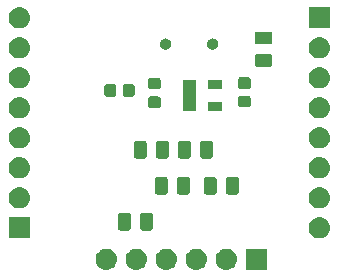
<source format=gbr>
G04 #@! TF.GenerationSoftware,KiCad,Pcbnew,(5.0.1)-rc2*
G04 #@! TF.CreationDate,2019-05-10T17:24:36-07:00*
G04 #@! TF.ProjectId,SAMD21E,53414D443231452E6B696361645F7063,rev?*
G04 #@! TF.SameCoordinates,Original*
G04 #@! TF.FileFunction,Soldermask,Bot*
G04 #@! TF.FilePolarity,Negative*
%FSLAX46Y46*%
G04 Gerber Fmt 4.6, Leading zero omitted, Abs format (unit mm)*
G04 Created by KiCad (PCBNEW (5.0.1)-rc2) date 5/10/2019 5:24:36 PM*
%MOMM*%
%LPD*%
G01*
G04 APERTURE LIST*
%ADD10C,0.100000*%
G04 APERTURE END LIST*
D10*
G36*
X166001000Y-112788000D02*
X164199000Y-112788000D01*
X164199000Y-110986000D01*
X166001000Y-110986000D01*
X166001000Y-112788000D01*
X166001000Y-112788000D01*
G37*
G36*
X162670443Y-110992519D02*
X162736627Y-110999037D01*
X162849853Y-111033384D01*
X162906467Y-111050557D01*
X163045087Y-111124652D01*
X163062991Y-111134222D01*
X163098729Y-111163552D01*
X163200186Y-111246814D01*
X163283448Y-111348271D01*
X163312778Y-111384009D01*
X163312779Y-111384011D01*
X163396443Y-111540533D01*
X163396443Y-111540534D01*
X163447963Y-111710373D01*
X163465359Y-111887000D01*
X163447963Y-112063627D01*
X163413616Y-112176853D01*
X163396443Y-112233467D01*
X163322348Y-112372087D01*
X163312778Y-112389991D01*
X163283448Y-112425729D01*
X163200186Y-112527186D01*
X163098729Y-112610448D01*
X163062991Y-112639778D01*
X163062989Y-112639779D01*
X162906467Y-112723443D01*
X162849853Y-112740616D01*
X162736627Y-112774963D01*
X162670443Y-112781481D01*
X162604260Y-112788000D01*
X162515740Y-112788000D01*
X162449557Y-112781481D01*
X162383373Y-112774963D01*
X162270147Y-112740616D01*
X162213533Y-112723443D01*
X162057011Y-112639779D01*
X162057009Y-112639778D01*
X162021271Y-112610448D01*
X161919814Y-112527186D01*
X161836552Y-112425729D01*
X161807222Y-112389991D01*
X161797652Y-112372087D01*
X161723557Y-112233467D01*
X161706384Y-112176853D01*
X161672037Y-112063627D01*
X161654641Y-111887000D01*
X161672037Y-111710373D01*
X161723557Y-111540534D01*
X161723557Y-111540533D01*
X161807221Y-111384011D01*
X161807222Y-111384009D01*
X161836552Y-111348271D01*
X161919814Y-111246814D01*
X162021271Y-111163552D01*
X162057009Y-111134222D01*
X162074913Y-111124652D01*
X162213533Y-111050557D01*
X162270147Y-111033384D01*
X162383373Y-110999037D01*
X162449557Y-110992519D01*
X162515740Y-110986000D01*
X162604260Y-110986000D01*
X162670443Y-110992519D01*
X162670443Y-110992519D01*
G37*
G36*
X152510443Y-110992519D02*
X152576627Y-110999037D01*
X152689853Y-111033384D01*
X152746467Y-111050557D01*
X152885087Y-111124652D01*
X152902991Y-111134222D01*
X152938729Y-111163552D01*
X153040186Y-111246814D01*
X153123448Y-111348271D01*
X153152778Y-111384009D01*
X153152779Y-111384011D01*
X153236443Y-111540533D01*
X153236443Y-111540534D01*
X153287963Y-111710373D01*
X153305359Y-111887000D01*
X153287963Y-112063627D01*
X153253616Y-112176853D01*
X153236443Y-112233467D01*
X153162348Y-112372087D01*
X153152778Y-112389991D01*
X153123448Y-112425729D01*
X153040186Y-112527186D01*
X152938729Y-112610448D01*
X152902991Y-112639778D01*
X152902989Y-112639779D01*
X152746467Y-112723443D01*
X152689853Y-112740616D01*
X152576627Y-112774963D01*
X152510443Y-112781481D01*
X152444260Y-112788000D01*
X152355740Y-112788000D01*
X152289557Y-112781481D01*
X152223373Y-112774963D01*
X152110147Y-112740616D01*
X152053533Y-112723443D01*
X151897011Y-112639779D01*
X151897009Y-112639778D01*
X151861271Y-112610448D01*
X151759814Y-112527186D01*
X151676552Y-112425729D01*
X151647222Y-112389991D01*
X151637652Y-112372087D01*
X151563557Y-112233467D01*
X151546384Y-112176853D01*
X151512037Y-112063627D01*
X151494641Y-111887000D01*
X151512037Y-111710373D01*
X151563557Y-111540534D01*
X151563557Y-111540533D01*
X151647221Y-111384011D01*
X151647222Y-111384009D01*
X151676552Y-111348271D01*
X151759814Y-111246814D01*
X151861271Y-111163552D01*
X151897009Y-111134222D01*
X151914913Y-111124652D01*
X152053533Y-111050557D01*
X152110147Y-111033384D01*
X152223373Y-110999037D01*
X152289557Y-110992519D01*
X152355740Y-110986000D01*
X152444260Y-110986000D01*
X152510443Y-110992519D01*
X152510443Y-110992519D01*
G37*
G36*
X155050443Y-110992519D02*
X155116627Y-110999037D01*
X155229853Y-111033384D01*
X155286467Y-111050557D01*
X155425087Y-111124652D01*
X155442991Y-111134222D01*
X155478729Y-111163552D01*
X155580186Y-111246814D01*
X155663448Y-111348271D01*
X155692778Y-111384009D01*
X155692779Y-111384011D01*
X155776443Y-111540533D01*
X155776443Y-111540534D01*
X155827963Y-111710373D01*
X155845359Y-111887000D01*
X155827963Y-112063627D01*
X155793616Y-112176853D01*
X155776443Y-112233467D01*
X155702348Y-112372087D01*
X155692778Y-112389991D01*
X155663448Y-112425729D01*
X155580186Y-112527186D01*
X155478729Y-112610448D01*
X155442991Y-112639778D01*
X155442989Y-112639779D01*
X155286467Y-112723443D01*
X155229853Y-112740616D01*
X155116627Y-112774963D01*
X155050443Y-112781481D01*
X154984260Y-112788000D01*
X154895740Y-112788000D01*
X154829557Y-112781481D01*
X154763373Y-112774963D01*
X154650147Y-112740616D01*
X154593533Y-112723443D01*
X154437011Y-112639779D01*
X154437009Y-112639778D01*
X154401271Y-112610448D01*
X154299814Y-112527186D01*
X154216552Y-112425729D01*
X154187222Y-112389991D01*
X154177652Y-112372087D01*
X154103557Y-112233467D01*
X154086384Y-112176853D01*
X154052037Y-112063627D01*
X154034641Y-111887000D01*
X154052037Y-111710373D01*
X154103557Y-111540534D01*
X154103557Y-111540533D01*
X154187221Y-111384011D01*
X154187222Y-111384009D01*
X154216552Y-111348271D01*
X154299814Y-111246814D01*
X154401271Y-111163552D01*
X154437009Y-111134222D01*
X154454913Y-111124652D01*
X154593533Y-111050557D01*
X154650147Y-111033384D01*
X154763373Y-110999037D01*
X154829557Y-110992519D01*
X154895740Y-110986000D01*
X154984260Y-110986000D01*
X155050443Y-110992519D01*
X155050443Y-110992519D01*
G37*
G36*
X160130443Y-110992519D02*
X160196627Y-110999037D01*
X160309853Y-111033384D01*
X160366467Y-111050557D01*
X160505087Y-111124652D01*
X160522991Y-111134222D01*
X160558729Y-111163552D01*
X160660186Y-111246814D01*
X160743448Y-111348271D01*
X160772778Y-111384009D01*
X160772779Y-111384011D01*
X160856443Y-111540533D01*
X160856443Y-111540534D01*
X160907963Y-111710373D01*
X160925359Y-111887000D01*
X160907963Y-112063627D01*
X160873616Y-112176853D01*
X160856443Y-112233467D01*
X160782348Y-112372087D01*
X160772778Y-112389991D01*
X160743448Y-112425729D01*
X160660186Y-112527186D01*
X160558729Y-112610448D01*
X160522991Y-112639778D01*
X160522989Y-112639779D01*
X160366467Y-112723443D01*
X160309853Y-112740616D01*
X160196627Y-112774963D01*
X160130443Y-112781481D01*
X160064260Y-112788000D01*
X159975740Y-112788000D01*
X159909557Y-112781481D01*
X159843373Y-112774963D01*
X159730147Y-112740616D01*
X159673533Y-112723443D01*
X159517011Y-112639779D01*
X159517009Y-112639778D01*
X159481271Y-112610448D01*
X159379814Y-112527186D01*
X159296552Y-112425729D01*
X159267222Y-112389991D01*
X159257652Y-112372087D01*
X159183557Y-112233467D01*
X159166384Y-112176853D01*
X159132037Y-112063627D01*
X159114641Y-111887000D01*
X159132037Y-111710373D01*
X159183557Y-111540534D01*
X159183557Y-111540533D01*
X159267221Y-111384011D01*
X159267222Y-111384009D01*
X159296552Y-111348271D01*
X159379814Y-111246814D01*
X159481271Y-111163552D01*
X159517009Y-111134222D01*
X159534913Y-111124652D01*
X159673533Y-111050557D01*
X159730147Y-111033384D01*
X159843373Y-110999037D01*
X159909557Y-110992519D01*
X159975740Y-110986000D01*
X160064260Y-110986000D01*
X160130443Y-110992519D01*
X160130443Y-110992519D01*
G37*
G36*
X157590443Y-110992519D02*
X157656627Y-110999037D01*
X157769853Y-111033384D01*
X157826467Y-111050557D01*
X157965087Y-111124652D01*
X157982991Y-111134222D01*
X158018729Y-111163552D01*
X158120186Y-111246814D01*
X158203448Y-111348271D01*
X158232778Y-111384009D01*
X158232779Y-111384011D01*
X158316443Y-111540533D01*
X158316443Y-111540534D01*
X158367963Y-111710373D01*
X158385359Y-111887000D01*
X158367963Y-112063627D01*
X158333616Y-112176853D01*
X158316443Y-112233467D01*
X158242348Y-112372087D01*
X158232778Y-112389991D01*
X158203448Y-112425729D01*
X158120186Y-112527186D01*
X158018729Y-112610448D01*
X157982991Y-112639778D01*
X157982989Y-112639779D01*
X157826467Y-112723443D01*
X157769853Y-112740616D01*
X157656627Y-112774963D01*
X157590443Y-112781481D01*
X157524260Y-112788000D01*
X157435740Y-112788000D01*
X157369557Y-112781481D01*
X157303373Y-112774963D01*
X157190147Y-112740616D01*
X157133533Y-112723443D01*
X156977011Y-112639779D01*
X156977009Y-112639778D01*
X156941271Y-112610448D01*
X156839814Y-112527186D01*
X156756552Y-112425729D01*
X156727222Y-112389991D01*
X156717652Y-112372087D01*
X156643557Y-112233467D01*
X156626384Y-112176853D01*
X156592037Y-112063627D01*
X156574641Y-111887000D01*
X156592037Y-111710373D01*
X156643557Y-111540534D01*
X156643557Y-111540533D01*
X156727221Y-111384011D01*
X156727222Y-111384009D01*
X156756552Y-111348271D01*
X156839814Y-111246814D01*
X156941271Y-111163552D01*
X156977009Y-111134222D01*
X156994913Y-111124652D01*
X157133533Y-111050557D01*
X157190147Y-111033384D01*
X157303373Y-110999037D01*
X157369557Y-110992519D01*
X157435740Y-110986000D01*
X157524260Y-110986000D01*
X157590443Y-110992519D01*
X157590443Y-110992519D01*
G37*
G36*
X170544443Y-108325519D02*
X170610627Y-108332037D01*
X170723853Y-108366384D01*
X170780467Y-108383557D01*
X170919087Y-108457652D01*
X170936991Y-108467222D01*
X170972729Y-108496552D01*
X171074186Y-108579814D01*
X171157448Y-108681271D01*
X171186778Y-108717009D01*
X171186779Y-108717011D01*
X171270443Y-108873533D01*
X171270443Y-108873534D01*
X171321963Y-109043373D01*
X171339359Y-109220000D01*
X171321963Y-109396627D01*
X171303214Y-109458435D01*
X171270443Y-109566467D01*
X171196348Y-109705087D01*
X171186778Y-109722991D01*
X171157448Y-109758729D01*
X171074186Y-109860186D01*
X170972729Y-109943448D01*
X170936991Y-109972778D01*
X170936989Y-109972779D01*
X170780467Y-110056443D01*
X170723853Y-110073616D01*
X170610627Y-110107963D01*
X170544443Y-110114481D01*
X170478260Y-110121000D01*
X170389740Y-110121000D01*
X170323557Y-110114481D01*
X170257373Y-110107963D01*
X170144147Y-110073616D01*
X170087533Y-110056443D01*
X169931011Y-109972779D01*
X169931009Y-109972778D01*
X169895271Y-109943448D01*
X169793814Y-109860186D01*
X169710552Y-109758729D01*
X169681222Y-109722991D01*
X169671652Y-109705087D01*
X169597557Y-109566467D01*
X169564786Y-109458435D01*
X169546037Y-109396627D01*
X169528641Y-109220000D01*
X169546037Y-109043373D01*
X169597557Y-108873534D01*
X169597557Y-108873533D01*
X169681221Y-108717011D01*
X169681222Y-108717009D01*
X169710552Y-108681271D01*
X169793814Y-108579814D01*
X169895271Y-108496552D01*
X169931009Y-108467222D01*
X169948913Y-108457652D01*
X170087533Y-108383557D01*
X170144147Y-108366384D01*
X170257373Y-108332037D01*
X170323557Y-108325519D01*
X170389740Y-108319000D01*
X170478260Y-108319000D01*
X170544443Y-108325519D01*
X170544443Y-108325519D01*
G37*
G36*
X145935000Y-110121000D02*
X144133000Y-110121000D01*
X144133000Y-108319000D01*
X145935000Y-108319000D01*
X145935000Y-110121000D01*
X145935000Y-110121000D01*
G37*
G36*
X154295966Y-107965565D02*
X154334637Y-107977296D01*
X154370279Y-107996348D01*
X154401517Y-108021983D01*
X154427152Y-108053221D01*
X154446204Y-108088863D01*
X154457935Y-108127534D01*
X154462500Y-108173888D01*
X154462500Y-109250112D01*
X154457935Y-109296466D01*
X154446204Y-109335137D01*
X154427152Y-109370779D01*
X154401517Y-109402017D01*
X154370279Y-109427652D01*
X154334637Y-109446704D01*
X154295966Y-109458435D01*
X154249612Y-109463000D01*
X153598388Y-109463000D01*
X153552034Y-109458435D01*
X153513363Y-109446704D01*
X153477721Y-109427652D01*
X153446483Y-109402017D01*
X153420848Y-109370779D01*
X153401796Y-109335137D01*
X153390065Y-109296466D01*
X153385500Y-109250112D01*
X153385500Y-108173888D01*
X153390065Y-108127534D01*
X153401796Y-108088863D01*
X153420848Y-108053221D01*
X153446483Y-108021983D01*
X153477721Y-107996348D01*
X153513363Y-107977296D01*
X153552034Y-107965565D01*
X153598388Y-107961000D01*
X154249612Y-107961000D01*
X154295966Y-107965565D01*
X154295966Y-107965565D01*
G37*
G36*
X156170966Y-107965565D02*
X156209637Y-107977296D01*
X156245279Y-107996348D01*
X156276517Y-108021983D01*
X156302152Y-108053221D01*
X156321204Y-108088863D01*
X156332935Y-108127534D01*
X156337500Y-108173888D01*
X156337500Y-109250112D01*
X156332935Y-109296466D01*
X156321204Y-109335137D01*
X156302152Y-109370779D01*
X156276517Y-109402017D01*
X156245279Y-109427652D01*
X156209637Y-109446704D01*
X156170966Y-109458435D01*
X156124612Y-109463000D01*
X155473388Y-109463000D01*
X155427034Y-109458435D01*
X155388363Y-109446704D01*
X155352721Y-109427652D01*
X155321483Y-109402017D01*
X155295848Y-109370779D01*
X155276796Y-109335137D01*
X155265065Y-109296466D01*
X155260500Y-109250112D01*
X155260500Y-108173888D01*
X155265065Y-108127534D01*
X155276796Y-108088863D01*
X155295848Y-108053221D01*
X155321483Y-108021983D01*
X155352721Y-107996348D01*
X155388363Y-107977296D01*
X155427034Y-107965565D01*
X155473388Y-107961000D01*
X156124612Y-107961000D01*
X156170966Y-107965565D01*
X156170966Y-107965565D01*
G37*
G36*
X170544443Y-105785519D02*
X170610627Y-105792037D01*
X170723853Y-105826384D01*
X170780467Y-105843557D01*
X170919087Y-105917652D01*
X170936991Y-105927222D01*
X170972729Y-105956552D01*
X171074186Y-106039814D01*
X171157448Y-106141271D01*
X171186778Y-106177009D01*
X171186779Y-106177011D01*
X171270443Y-106333533D01*
X171284433Y-106379652D01*
X171321963Y-106503373D01*
X171339359Y-106680000D01*
X171321963Y-106856627D01*
X171287616Y-106969853D01*
X171270443Y-107026467D01*
X171196348Y-107165087D01*
X171186778Y-107182991D01*
X171157448Y-107218729D01*
X171074186Y-107320186D01*
X170972729Y-107403448D01*
X170936991Y-107432778D01*
X170936989Y-107432779D01*
X170780467Y-107516443D01*
X170723853Y-107533616D01*
X170610627Y-107567963D01*
X170544443Y-107574481D01*
X170478260Y-107581000D01*
X170389740Y-107581000D01*
X170323557Y-107574481D01*
X170257373Y-107567963D01*
X170144147Y-107533616D01*
X170087533Y-107516443D01*
X169931011Y-107432779D01*
X169931009Y-107432778D01*
X169895271Y-107403448D01*
X169793814Y-107320186D01*
X169710552Y-107218729D01*
X169681222Y-107182991D01*
X169671652Y-107165087D01*
X169597557Y-107026467D01*
X169580384Y-106969853D01*
X169546037Y-106856627D01*
X169528641Y-106680000D01*
X169546037Y-106503373D01*
X169583567Y-106379652D01*
X169597557Y-106333533D01*
X169681221Y-106177011D01*
X169681222Y-106177009D01*
X169710552Y-106141271D01*
X169793814Y-106039814D01*
X169895271Y-105956552D01*
X169931009Y-105927222D01*
X169948913Y-105917652D01*
X170087533Y-105843557D01*
X170144147Y-105826384D01*
X170257373Y-105792037D01*
X170323557Y-105785519D01*
X170389740Y-105779000D01*
X170478260Y-105779000D01*
X170544443Y-105785519D01*
X170544443Y-105785519D01*
G37*
G36*
X145144443Y-105785519D02*
X145210627Y-105792037D01*
X145323853Y-105826384D01*
X145380467Y-105843557D01*
X145519087Y-105917652D01*
X145536991Y-105927222D01*
X145572729Y-105956552D01*
X145674186Y-106039814D01*
X145757448Y-106141271D01*
X145786778Y-106177009D01*
X145786779Y-106177011D01*
X145870443Y-106333533D01*
X145884433Y-106379652D01*
X145921963Y-106503373D01*
X145939359Y-106680000D01*
X145921963Y-106856627D01*
X145887616Y-106969853D01*
X145870443Y-107026467D01*
X145796348Y-107165087D01*
X145786778Y-107182991D01*
X145757448Y-107218729D01*
X145674186Y-107320186D01*
X145572729Y-107403448D01*
X145536991Y-107432778D01*
X145536989Y-107432779D01*
X145380467Y-107516443D01*
X145323853Y-107533616D01*
X145210627Y-107567963D01*
X145144443Y-107574481D01*
X145078260Y-107581000D01*
X144989740Y-107581000D01*
X144923557Y-107574481D01*
X144857373Y-107567963D01*
X144744147Y-107533616D01*
X144687533Y-107516443D01*
X144531011Y-107432779D01*
X144531009Y-107432778D01*
X144495271Y-107403448D01*
X144393814Y-107320186D01*
X144310552Y-107218729D01*
X144281222Y-107182991D01*
X144271652Y-107165087D01*
X144197557Y-107026467D01*
X144180384Y-106969853D01*
X144146037Y-106856627D01*
X144128641Y-106680000D01*
X144146037Y-106503373D01*
X144183567Y-106379652D01*
X144197557Y-106333533D01*
X144281221Y-106177011D01*
X144281222Y-106177009D01*
X144310552Y-106141271D01*
X144393814Y-106039814D01*
X144495271Y-105956552D01*
X144531009Y-105927222D01*
X144548913Y-105917652D01*
X144687533Y-105843557D01*
X144744147Y-105826384D01*
X144857373Y-105792037D01*
X144923557Y-105785519D01*
X144989740Y-105779000D01*
X145078260Y-105779000D01*
X145144443Y-105785519D01*
X145144443Y-105785519D01*
G37*
G36*
X161564966Y-104917565D02*
X161603637Y-104929296D01*
X161639279Y-104948348D01*
X161670517Y-104973983D01*
X161696152Y-105005221D01*
X161715204Y-105040863D01*
X161726935Y-105079534D01*
X161731500Y-105125888D01*
X161731500Y-106202112D01*
X161726935Y-106248466D01*
X161715204Y-106287137D01*
X161696152Y-106322779D01*
X161670517Y-106354017D01*
X161639279Y-106379652D01*
X161603637Y-106398704D01*
X161564966Y-106410435D01*
X161518612Y-106415000D01*
X160867388Y-106415000D01*
X160821034Y-106410435D01*
X160782363Y-106398704D01*
X160746721Y-106379652D01*
X160715483Y-106354017D01*
X160689848Y-106322779D01*
X160670796Y-106287137D01*
X160659065Y-106248466D01*
X160654500Y-106202112D01*
X160654500Y-105125888D01*
X160659065Y-105079534D01*
X160670796Y-105040863D01*
X160689848Y-105005221D01*
X160715483Y-104973983D01*
X160746721Y-104948348D01*
X160782363Y-104929296D01*
X160821034Y-104917565D01*
X160867388Y-104913000D01*
X161518612Y-104913000D01*
X161564966Y-104917565D01*
X161564966Y-104917565D01*
G37*
G36*
X159297466Y-104917565D02*
X159336137Y-104929296D01*
X159371779Y-104948348D01*
X159403017Y-104973983D01*
X159428652Y-105005221D01*
X159447704Y-105040863D01*
X159459435Y-105079534D01*
X159464000Y-105125888D01*
X159464000Y-106202112D01*
X159459435Y-106248466D01*
X159447704Y-106287137D01*
X159428652Y-106322779D01*
X159403017Y-106354017D01*
X159371779Y-106379652D01*
X159336137Y-106398704D01*
X159297466Y-106410435D01*
X159251112Y-106415000D01*
X158599888Y-106415000D01*
X158553534Y-106410435D01*
X158514863Y-106398704D01*
X158479221Y-106379652D01*
X158447983Y-106354017D01*
X158422348Y-106322779D01*
X158403296Y-106287137D01*
X158391565Y-106248466D01*
X158387000Y-106202112D01*
X158387000Y-105125888D01*
X158391565Y-105079534D01*
X158403296Y-105040863D01*
X158422348Y-105005221D01*
X158447983Y-104973983D01*
X158479221Y-104948348D01*
X158514863Y-104929296D01*
X158553534Y-104917565D01*
X158599888Y-104913000D01*
X159251112Y-104913000D01*
X159297466Y-104917565D01*
X159297466Y-104917565D01*
G37*
G36*
X157422466Y-104917565D02*
X157461137Y-104929296D01*
X157496779Y-104948348D01*
X157528017Y-104973983D01*
X157553652Y-105005221D01*
X157572704Y-105040863D01*
X157584435Y-105079534D01*
X157589000Y-105125888D01*
X157589000Y-106202112D01*
X157584435Y-106248466D01*
X157572704Y-106287137D01*
X157553652Y-106322779D01*
X157528017Y-106354017D01*
X157496779Y-106379652D01*
X157461137Y-106398704D01*
X157422466Y-106410435D01*
X157376112Y-106415000D01*
X156724888Y-106415000D01*
X156678534Y-106410435D01*
X156639863Y-106398704D01*
X156604221Y-106379652D01*
X156572983Y-106354017D01*
X156547348Y-106322779D01*
X156528296Y-106287137D01*
X156516565Y-106248466D01*
X156512000Y-106202112D01*
X156512000Y-105125888D01*
X156516565Y-105079534D01*
X156528296Y-105040863D01*
X156547348Y-105005221D01*
X156572983Y-104973983D01*
X156604221Y-104948348D01*
X156639863Y-104929296D01*
X156678534Y-104917565D01*
X156724888Y-104913000D01*
X157376112Y-104913000D01*
X157422466Y-104917565D01*
X157422466Y-104917565D01*
G37*
G36*
X163439966Y-104917565D02*
X163478637Y-104929296D01*
X163514279Y-104948348D01*
X163545517Y-104973983D01*
X163571152Y-105005221D01*
X163590204Y-105040863D01*
X163601935Y-105079534D01*
X163606500Y-105125888D01*
X163606500Y-106202112D01*
X163601935Y-106248466D01*
X163590204Y-106287137D01*
X163571152Y-106322779D01*
X163545517Y-106354017D01*
X163514279Y-106379652D01*
X163478637Y-106398704D01*
X163439966Y-106410435D01*
X163393612Y-106415000D01*
X162742388Y-106415000D01*
X162696034Y-106410435D01*
X162657363Y-106398704D01*
X162621721Y-106379652D01*
X162590483Y-106354017D01*
X162564848Y-106322779D01*
X162545796Y-106287137D01*
X162534065Y-106248466D01*
X162529500Y-106202112D01*
X162529500Y-105125888D01*
X162534065Y-105079534D01*
X162545796Y-105040863D01*
X162564848Y-105005221D01*
X162590483Y-104973983D01*
X162621721Y-104948348D01*
X162657363Y-104929296D01*
X162696034Y-104917565D01*
X162742388Y-104913000D01*
X163393612Y-104913000D01*
X163439966Y-104917565D01*
X163439966Y-104917565D01*
G37*
G36*
X170544443Y-103245519D02*
X170610627Y-103252037D01*
X170685597Y-103274779D01*
X170780467Y-103303557D01*
X170889479Y-103361826D01*
X170936991Y-103387222D01*
X170972729Y-103416552D01*
X171074186Y-103499814D01*
X171157448Y-103601271D01*
X171186778Y-103637009D01*
X171186779Y-103637011D01*
X171270443Y-103793533D01*
X171270443Y-103793534D01*
X171321963Y-103963373D01*
X171339359Y-104140000D01*
X171321963Y-104316627D01*
X171287616Y-104429853D01*
X171270443Y-104486467D01*
X171196348Y-104625087D01*
X171186778Y-104642991D01*
X171157448Y-104678729D01*
X171074186Y-104780186D01*
X170972729Y-104863448D01*
X170936991Y-104892778D01*
X170936989Y-104892779D01*
X170780467Y-104976443D01*
X170729640Y-104991861D01*
X170610627Y-105027963D01*
X170562906Y-105032663D01*
X170478260Y-105041000D01*
X170389740Y-105041000D01*
X170305094Y-105032663D01*
X170257373Y-105027963D01*
X170138360Y-104991861D01*
X170087533Y-104976443D01*
X169931011Y-104892779D01*
X169931009Y-104892778D01*
X169895271Y-104863448D01*
X169793814Y-104780186D01*
X169710552Y-104678729D01*
X169681222Y-104642991D01*
X169671652Y-104625087D01*
X169597557Y-104486467D01*
X169580384Y-104429853D01*
X169546037Y-104316627D01*
X169528641Y-104140000D01*
X169546037Y-103963373D01*
X169597557Y-103793534D01*
X169597557Y-103793533D01*
X169681221Y-103637011D01*
X169681222Y-103637009D01*
X169710552Y-103601271D01*
X169793814Y-103499814D01*
X169895271Y-103416552D01*
X169931009Y-103387222D01*
X169978521Y-103361826D01*
X170087533Y-103303557D01*
X170182403Y-103274779D01*
X170257373Y-103252037D01*
X170323558Y-103245518D01*
X170389740Y-103239000D01*
X170478260Y-103239000D01*
X170544443Y-103245519D01*
X170544443Y-103245519D01*
G37*
G36*
X145144443Y-103245519D02*
X145210627Y-103252037D01*
X145285597Y-103274779D01*
X145380467Y-103303557D01*
X145489479Y-103361826D01*
X145536991Y-103387222D01*
X145572729Y-103416552D01*
X145674186Y-103499814D01*
X145757448Y-103601271D01*
X145786778Y-103637009D01*
X145786779Y-103637011D01*
X145870443Y-103793533D01*
X145870443Y-103793534D01*
X145921963Y-103963373D01*
X145939359Y-104140000D01*
X145921963Y-104316627D01*
X145887616Y-104429853D01*
X145870443Y-104486467D01*
X145796348Y-104625087D01*
X145786778Y-104642991D01*
X145757448Y-104678729D01*
X145674186Y-104780186D01*
X145572729Y-104863448D01*
X145536991Y-104892778D01*
X145536989Y-104892779D01*
X145380467Y-104976443D01*
X145329640Y-104991861D01*
X145210627Y-105027963D01*
X145162906Y-105032663D01*
X145078260Y-105041000D01*
X144989740Y-105041000D01*
X144905094Y-105032663D01*
X144857373Y-105027963D01*
X144738360Y-104991861D01*
X144687533Y-104976443D01*
X144531011Y-104892779D01*
X144531009Y-104892778D01*
X144495271Y-104863448D01*
X144393814Y-104780186D01*
X144310552Y-104678729D01*
X144281222Y-104642991D01*
X144271652Y-104625087D01*
X144197557Y-104486467D01*
X144180384Y-104429853D01*
X144146037Y-104316627D01*
X144128641Y-104140000D01*
X144146037Y-103963373D01*
X144197557Y-103793534D01*
X144197557Y-103793533D01*
X144281221Y-103637011D01*
X144281222Y-103637009D01*
X144310552Y-103601271D01*
X144393814Y-103499814D01*
X144495271Y-103416552D01*
X144531009Y-103387222D01*
X144578521Y-103361826D01*
X144687533Y-103303557D01*
X144782403Y-103274779D01*
X144857373Y-103252037D01*
X144923558Y-103245518D01*
X144989740Y-103239000D01*
X145078260Y-103239000D01*
X145144443Y-103245519D01*
X145144443Y-103245519D01*
G37*
G36*
X161250966Y-101869565D02*
X161289637Y-101881296D01*
X161325279Y-101900348D01*
X161356517Y-101925983D01*
X161382152Y-101957221D01*
X161401204Y-101992863D01*
X161412935Y-102031534D01*
X161417500Y-102077888D01*
X161417500Y-103154112D01*
X161412935Y-103200466D01*
X161401204Y-103239137D01*
X161382152Y-103274779D01*
X161356517Y-103306017D01*
X161325279Y-103331652D01*
X161289637Y-103350704D01*
X161250966Y-103362435D01*
X161204612Y-103367000D01*
X160553388Y-103367000D01*
X160507034Y-103362435D01*
X160468363Y-103350704D01*
X160432721Y-103331652D01*
X160401483Y-103306017D01*
X160375848Y-103274779D01*
X160356796Y-103239137D01*
X160345065Y-103200466D01*
X160340500Y-103154112D01*
X160340500Y-102077888D01*
X160345065Y-102031534D01*
X160356796Y-101992863D01*
X160375848Y-101957221D01*
X160401483Y-101925983D01*
X160432721Y-101900348D01*
X160468363Y-101881296D01*
X160507034Y-101869565D01*
X160553388Y-101865000D01*
X161204612Y-101865000D01*
X161250966Y-101869565D01*
X161250966Y-101869565D01*
G37*
G36*
X157519466Y-101869565D02*
X157558137Y-101881296D01*
X157593779Y-101900348D01*
X157625017Y-101925983D01*
X157650652Y-101957221D01*
X157669704Y-101992863D01*
X157681435Y-102031534D01*
X157686000Y-102077888D01*
X157686000Y-103154112D01*
X157681435Y-103200466D01*
X157669704Y-103239137D01*
X157650652Y-103274779D01*
X157625017Y-103306017D01*
X157593779Y-103331652D01*
X157558137Y-103350704D01*
X157519466Y-103362435D01*
X157473112Y-103367000D01*
X156821888Y-103367000D01*
X156775534Y-103362435D01*
X156736863Y-103350704D01*
X156701221Y-103331652D01*
X156669983Y-103306017D01*
X156644348Y-103274779D01*
X156625296Y-103239137D01*
X156613565Y-103200466D01*
X156609000Y-103154112D01*
X156609000Y-102077888D01*
X156613565Y-102031534D01*
X156625296Y-101992863D01*
X156644348Y-101957221D01*
X156669983Y-101925983D01*
X156701221Y-101900348D01*
X156736863Y-101881296D01*
X156775534Y-101869565D01*
X156821888Y-101865000D01*
X157473112Y-101865000D01*
X157519466Y-101869565D01*
X157519466Y-101869565D01*
G37*
G36*
X155644466Y-101869565D02*
X155683137Y-101881296D01*
X155718779Y-101900348D01*
X155750017Y-101925983D01*
X155775652Y-101957221D01*
X155794704Y-101992863D01*
X155806435Y-102031534D01*
X155811000Y-102077888D01*
X155811000Y-103154112D01*
X155806435Y-103200466D01*
X155794704Y-103239137D01*
X155775652Y-103274779D01*
X155750017Y-103306017D01*
X155718779Y-103331652D01*
X155683137Y-103350704D01*
X155644466Y-103362435D01*
X155598112Y-103367000D01*
X154946888Y-103367000D01*
X154900534Y-103362435D01*
X154861863Y-103350704D01*
X154826221Y-103331652D01*
X154794983Y-103306017D01*
X154769348Y-103274779D01*
X154750296Y-103239137D01*
X154738565Y-103200466D01*
X154734000Y-103154112D01*
X154734000Y-102077888D01*
X154738565Y-102031534D01*
X154750296Y-101992863D01*
X154769348Y-101957221D01*
X154794983Y-101925983D01*
X154826221Y-101900348D01*
X154861863Y-101881296D01*
X154900534Y-101869565D01*
X154946888Y-101865000D01*
X155598112Y-101865000D01*
X155644466Y-101869565D01*
X155644466Y-101869565D01*
G37*
G36*
X159375966Y-101869565D02*
X159414637Y-101881296D01*
X159450279Y-101900348D01*
X159481517Y-101925983D01*
X159507152Y-101957221D01*
X159526204Y-101992863D01*
X159537935Y-102031534D01*
X159542500Y-102077888D01*
X159542500Y-103154112D01*
X159537935Y-103200466D01*
X159526204Y-103239137D01*
X159507152Y-103274779D01*
X159481517Y-103306017D01*
X159450279Y-103331652D01*
X159414637Y-103350704D01*
X159375966Y-103362435D01*
X159329612Y-103367000D01*
X158678388Y-103367000D01*
X158632034Y-103362435D01*
X158593363Y-103350704D01*
X158557721Y-103331652D01*
X158526483Y-103306017D01*
X158500848Y-103274779D01*
X158481796Y-103239137D01*
X158470065Y-103200466D01*
X158465500Y-103154112D01*
X158465500Y-102077888D01*
X158470065Y-102031534D01*
X158481796Y-101992863D01*
X158500848Y-101957221D01*
X158526483Y-101925983D01*
X158557721Y-101900348D01*
X158593363Y-101881296D01*
X158632034Y-101869565D01*
X158678388Y-101865000D01*
X159329612Y-101865000D01*
X159375966Y-101869565D01*
X159375966Y-101869565D01*
G37*
G36*
X170544443Y-100705519D02*
X170610627Y-100712037D01*
X170723853Y-100746384D01*
X170780467Y-100763557D01*
X170919087Y-100837652D01*
X170936991Y-100847222D01*
X170972729Y-100876552D01*
X171074186Y-100959814D01*
X171157448Y-101061271D01*
X171186778Y-101097009D01*
X171186779Y-101097011D01*
X171270443Y-101253533D01*
X171270443Y-101253534D01*
X171321963Y-101423373D01*
X171339359Y-101600000D01*
X171321963Y-101776627D01*
X171295155Y-101865000D01*
X171270443Y-101946467D01*
X171245643Y-101992863D01*
X171186778Y-102102991D01*
X171161124Y-102134250D01*
X171074186Y-102240186D01*
X170972729Y-102323448D01*
X170936991Y-102352778D01*
X170936989Y-102352779D01*
X170780467Y-102436443D01*
X170723853Y-102453616D01*
X170610627Y-102487963D01*
X170544442Y-102494482D01*
X170478260Y-102501000D01*
X170389740Y-102501000D01*
X170323558Y-102494482D01*
X170257373Y-102487963D01*
X170144147Y-102453616D01*
X170087533Y-102436443D01*
X169931011Y-102352779D01*
X169931009Y-102352778D01*
X169895271Y-102323448D01*
X169793814Y-102240186D01*
X169706876Y-102134250D01*
X169681222Y-102102991D01*
X169622357Y-101992863D01*
X169597557Y-101946467D01*
X169572845Y-101865000D01*
X169546037Y-101776627D01*
X169528641Y-101600000D01*
X169546037Y-101423373D01*
X169597557Y-101253534D01*
X169597557Y-101253533D01*
X169681221Y-101097011D01*
X169681222Y-101097009D01*
X169710552Y-101061271D01*
X169793814Y-100959814D01*
X169895271Y-100876552D01*
X169931009Y-100847222D01*
X169948913Y-100837652D01*
X170087533Y-100763557D01*
X170144147Y-100746384D01*
X170257373Y-100712037D01*
X170323557Y-100705519D01*
X170389740Y-100699000D01*
X170478260Y-100699000D01*
X170544443Y-100705519D01*
X170544443Y-100705519D01*
G37*
G36*
X145144443Y-100705519D02*
X145210627Y-100712037D01*
X145323853Y-100746384D01*
X145380467Y-100763557D01*
X145519087Y-100837652D01*
X145536991Y-100847222D01*
X145572729Y-100876552D01*
X145674186Y-100959814D01*
X145757448Y-101061271D01*
X145786778Y-101097009D01*
X145786779Y-101097011D01*
X145870443Y-101253533D01*
X145870443Y-101253534D01*
X145921963Y-101423373D01*
X145939359Y-101600000D01*
X145921963Y-101776627D01*
X145895155Y-101865000D01*
X145870443Y-101946467D01*
X145845643Y-101992863D01*
X145786778Y-102102991D01*
X145761124Y-102134250D01*
X145674186Y-102240186D01*
X145572729Y-102323448D01*
X145536991Y-102352778D01*
X145536989Y-102352779D01*
X145380467Y-102436443D01*
X145323853Y-102453616D01*
X145210627Y-102487963D01*
X145144442Y-102494482D01*
X145078260Y-102501000D01*
X144989740Y-102501000D01*
X144923558Y-102494482D01*
X144857373Y-102487963D01*
X144744147Y-102453616D01*
X144687533Y-102436443D01*
X144531011Y-102352779D01*
X144531009Y-102352778D01*
X144495271Y-102323448D01*
X144393814Y-102240186D01*
X144306876Y-102134250D01*
X144281222Y-102102991D01*
X144222357Y-101992863D01*
X144197557Y-101946467D01*
X144172845Y-101865000D01*
X144146037Y-101776627D01*
X144128641Y-101600000D01*
X144146037Y-101423373D01*
X144197557Y-101253534D01*
X144197557Y-101253533D01*
X144281221Y-101097011D01*
X144281222Y-101097009D01*
X144310552Y-101061271D01*
X144393814Y-100959814D01*
X144495271Y-100876552D01*
X144531009Y-100847222D01*
X144548913Y-100837652D01*
X144687533Y-100763557D01*
X144744147Y-100746384D01*
X144857373Y-100712037D01*
X144923557Y-100705519D01*
X144989740Y-100699000D01*
X145078260Y-100699000D01*
X145144443Y-100705519D01*
X145144443Y-100705519D01*
G37*
G36*
X170544443Y-98165519D02*
X170610627Y-98172037D01*
X170723853Y-98206384D01*
X170780467Y-98223557D01*
X170858524Y-98265280D01*
X170936991Y-98307222D01*
X170972729Y-98336552D01*
X171074186Y-98419814D01*
X171157448Y-98521271D01*
X171186778Y-98557009D01*
X171186779Y-98557011D01*
X171270443Y-98713533D01*
X171270443Y-98713534D01*
X171321963Y-98883373D01*
X171339359Y-99060000D01*
X171321963Y-99236627D01*
X171287616Y-99349853D01*
X171270443Y-99406467D01*
X171196348Y-99545087D01*
X171186778Y-99562991D01*
X171157448Y-99598729D01*
X171074186Y-99700186D01*
X170972729Y-99783448D01*
X170936991Y-99812778D01*
X170936989Y-99812779D01*
X170780467Y-99896443D01*
X170723853Y-99913616D01*
X170610627Y-99947963D01*
X170544443Y-99954481D01*
X170478260Y-99961000D01*
X170389740Y-99961000D01*
X170323557Y-99954481D01*
X170257373Y-99947963D01*
X170144147Y-99913616D01*
X170087533Y-99896443D01*
X169931011Y-99812779D01*
X169931009Y-99812778D01*
X169895271Y-99783448D01*
X169793814Y-99700186D01*
X169710552Y-99598729D01*
X169681222Y-99562991D01*
X169671652Y-99545087D01*
X169597557Y-99406467D01*
X169580384Y-99349853D01*
X169546037Y-99236627D01*
X169528641Y-99060000D01*
X169546037Y-98883373D01*
X169597557Y-98713534D01*
X169597557Y-98713533D01*
X169681221Y-98557011D01*
X169681222Y-98557009D01*
X169710552Y-98521271D01*
X169793814Y-98419814D01*
X169895271Y-98336552D01*
X169931009Y-98307222D01*
X170009476Y-98265280D01*
X170087533Y-98223557D01*
X170144147Y-98206384D01*
X170257373Y-98172037D01*
X170323557Y-98165519D01*
X170389740Y-98159000D01*
X170478260Y-98159000D01*
X170544443Y-98165519D01*
X170544443Y-98165519D01*
G37*
G36*
X145144443Y-98165519D02*
X145210627Y-98172037D01*
X145323853Y-98206384D01*
X145380467Y-98223557D01*
X145458524Y-98265280D01*
X145536991Y-98307222D01*
X145572729Y-98336552D01*
X145674186Y-98419814D01*
X145757448Y-98521271D01*
X145786778Y-98557009D01*
X145786779Y-98557011D01*
X145870443Y-98713533D01*
X145870443Y-98713534D01*
X145921963Y-98883373D01*
X145939359Y-99060000D01*
X145921963Y-99236627D01*
X145887616Y-99349853D01*
X145870443Y-99406467D01*
X145796348Y-99545087D01*
X145786778Y-99562991D01*
X145757448Y-99598729D01*
X145674186Y-99700186D01*
X145572729Y-99783448D01*
X145536991Y-99812778D01*
X145536989Y-99812779D01*
X145380467Y-99896443D01*
X145323853Y-99913616D01*
X145210627Y-99947963D01*
X145144443Y-99954481D01*
X145078260Y-99961000D01*
X144989740Y-99961000D01*
X144923557Y-99954481D01*
X144857373Y-99947963D01*
X144744147Y-99913616D01*
X144687533Y-99896443D01*
X144531011Y-99812779D01*
X144531009Y-99812778D01*
X144495271Y-99783448D01*
X144393814Y-99700186D01*
X144310552Y-99598729D01*
X144281222Y-99562991D01*
X144271652Y-99545087D01*
X144197557Y-99406467D01*
X144180384Y-99349853D01*
X144146037Y-99236627D01*
X144128641Y-99060000D01*
X144146037Y-98883373D01*
X144197557Y-98713534D01*
X144197557Y-98713533D01*
X144281221Y-98557011D01*
X144281222Y-98557009D01*
X144310552Y-98521271D01*
X144393814Y-98419814D01*
X144495271Y-98336552D01*
X144531009Y-98307222D01*
X144609476Y-98265280D01*
X144687533Y-98223557D01*
X144744147Y-98206384D01*
X144857373Y-98172037D01*
X144923557Y-98165519D01*
X144989740Y-98159000D01*
X145078260Y-98159000D01*
X145144443Y-98165519D01*
X145144443Y-98165519D01*
G37*
G36*
X162209000Y-99370000D02*
X161047000Y-99370000D01*
X161047000Y-98618000D01*
X162209000Y-98618000D01*
X162209000Y-99370000D01*
X162209000Y-99370000D01*
G37*
G36*
X160009000Y-99370000D02*
X158847000Y-99370000D01*
X158847000Y-96718000D01*
X160009000Y-96718000D01*
X160009000Y-99370000D01*
X160009000Y-99370000D01*
G37*
G36*
X156843591Y-98118585D02*
X156877569Y-98128893D01*
X156908887Y-98145633D01*
X156936339Y-98168161D01*
X156958867Y-98195613D01*
X156975607Y-98226931D01*
X156985915Y-98260909D01*
X156990000Y-98302390D01*
X156990000Y-98903610D01*
X156985915Y-98945091D01*
X156975607Y-98979069D01*
X156958867Y-99010387D01*
X156936339Y-99037839D01*
X156908887Y-99060367D01*
X156877569Y-99077107D01*
X156843591Y-99087415D01*
X156802110Y-99091500D01*
X156125890Y-99091500D01*
X156084409Y-99087415D01*
X156050431Y-99077107D01*
X156019113Y-99060367D01*
X155991661Y-99037839D01*
X155969133Y-99010387D01*
X155952393Y-98979069D01*
X155942085Y-98945091D01*
X155938000Y-98903610D01*
X155938000Y-98302390D01*
X155942085Y-98260909D01*
X155952393Y-98226931D01*
X155969133Y-98195613D01*
X155991661Y-98168161D01*
X156019113Y-98145633D01*
X156050431Y-98128893D01*
X156084409Y-98118585D01*
X156125890Y-98114500D01*
X156802110Y-98114500D01*
X156843591Y-98118585D01*
X156843591Y-98118585D01*
G37*
G36*
X164463591Y-98067585D02*
X164497569Y-98077893D01*
X164528887Y-98094633D01*
X164556339Y-98117161D01*
X164578867Y-98144613D01*
X164595607Y-98175931D01*
X164605915Y-98209909D01*
X164610000Y-98251390D01*
X164610000Y-98852610D01*
X164605915Y-98894091D01*
X164595607Y-98928069D01*
X164578867Y-98959387D01*
X164556339Y-98986839D01*
X164528887Y-99009367D01*
X164497569Y-99026107D01*
X164463591Y-99036415D01*
X164422110Y-99040500D01*
X163745890Y-99040500D01*
X163704409Y-99036415D01*
X163670431Y-99026107D01*
X163639113Y-99009367D01*
X163611661Y-98986839D01*
X163589133Y-98959387D01*
X163572393Y-98928069D01*
X163562085Y-98894091D01*
X163558000Y-98852610D01*
X163558000Y-98251390D01*
X163562085Y-98209909D01*
X163572393Y-98175931D01*
X163589133Y-98144613D01*
X163611661Y-98117161D01*
X163639113Y-98094633D01*
X163670431Y-98077893D01*
X163704409Y-98067585D01*
X163745890Y-98063500D01*
X164422110Y-98063500D01*
X164463591Y-98067585D01*
X164463591Y-98067585D01*
G37*
G36*
X153072091Y-97077585D02*
X153106069Y-97087893D01*
X153137387Y-97104633D01*
X153164839Y-97127161D01*
X153187367Y-97154613D01*
X153204107Y-97185931D01*
X153214415Y-97219909D01*
X153218500Y-97261390D01*
X153218500Y-97937610D01*
X153214415Y-97979091D01*
X153204107Y-98013069D01*
X153187367Y-98044387D01*
X153164839Y-98071839D01*
X153137387Y-98094367D01*
X153106069Y-98111107D01*
X153072091Y-98121415D01*
X153030610Y-98125500D01*
X152429390Y-98125500D01*
X152387909Y-98121415D01*
X152353931Y-98111107D01*
X152322613Y-98094367D01*
X152295161Y-98071839D01*
X152272633Y-98044387D01*
X152255893Y-98013069D01*
X152245585Y-97979091D01*
X152241500Y-97937610D01*
X152241500Y-97261390D01*
X152245585Y-97219909D01*
X152255893Y-97185931D01*
X152272633Y-97154613D01*
X152295161Y-97127161D01*
X152322613Y-97104633D01*
X152353931Y-97087893D01*
X152387909Y-97077585D01*
X152429390Y-97073500D01*
X153030610Y-97073500D01*
X153072091Y-97077585D01*
X153072091Y-97077585D01*
G37*
G36*
X154647091Y-97077585D02*
X154681069Y-97087893D01*
X154712387Y-97104633D01*
X154739839Y-97127161D01*
X154762367Y-97154613D01*
X154779107Y-97185931D01*
X154789415Y-97219909D01*
X154793500Y-97261390D01*
X154793500Y-97937610D01*
X154789415Y-97979091D01*
X154779107Y-98013069D01*
X154762367Y-98044387D01*
X154739839Y-98071839D01*
X154712387Y-98094367D01*
X154681069Y-98111107D01*
X154647091Y-98121415D01*
X154605610Y-98125500D01*
X154004390Y-98125500D01*
X153962909Y-98121415D01*
X153928931Y-98111107D01*
X153897613Y-98094367D01*
X153870161Y-98071839D01*
X153847633Y-98044387D01*
X153830893Y-98013069D01*
X153820585Y-97979091D01*
X153816500Y-97937610D01*
X153816500Y-97261390D01*
X153820585Y-97219909D01*
X153830893Y-97185931D01*
X153847633Y-97154613D01*
X153870161Y-97127161D01*
X153897613Y-97104633D01*
X153928931Y-97087893D01*
X153962909Y-97077585D01*
X154004390Y-97073500D01*
X154605610Y-97073500D01*
X154647091Y-97077585D01*
X154647091Y-97077585D01*
G37*
G36*
X156843591Y-96543585D02*
X156877569Y-96553893D01*
X156908887Y-96570633D01*
X156936339Y-96593161D01*
X156958867Y-96620613D01*
X156975607Y-96651931D01*
X156985915Y-96685909D01*
X156990000Y-96727390D01*
X156990000Y-97328610D01*
X156985915Y-97370091D01*
X156975607Y-97404069D01*
X156958867Y-97435387D01*
X156936339Y-97462839D01*
X156908887Y-97485367D01*
X156877569Y-97502107D01*
X156843591Y-97512415D01*
X156802110Y-97516500D01*
X156125890Y-97516500D01*
X156084409Y-97512415D01*
X156050431Y-97502107D01*
X156019113Y-97485367D01*
X155991661Y-97462839D01*
X155969133Y-97435387D01*
X155952393Y-97404069D01*
X155942085Y-97370091D01*
X155938000Y-97328610D01*
X155938000Y-96727390D01*
X155942085Y-96685909D01*
X155952393Y-96651931D01*
X155969133Y-96620613D01*
X155991661Y-96593161D01*
X156019113Y-96570633D01*
X156050431Y-96553893D01*
X156084409Y-96543585D01*
X156125890Y-96539500D01*
X156802110Y-96539500D01*
X156843591Y-96543585D01*
X156843591Y-96543585D01*
G37*
G36*
X162209000Y-97470000D02*
X161047000Y-97470000D01*
X161047000Y-96718000D01*
X162209000Y-96718000D01*
X162209000Y-97470000D01*
X162209000Y-97470000D01*
G37*
G36*
X164463591Y-96492585D02*
X164497569Y-96502893D01*
X164528887Y-96519633D01*
X164556339Y-96542161D01*
X164578867Y-96569613D01*
X164595607Y-96600931D01*
X164605915Y-96634909D01*
X164610000Y-96676390D01*
X164610000Y-97277610D01*
X164605915Y-97319091D01*
X164595607Y-97353069D01*
X164578867Y-97384387D01*
X164556339Y-97411839D01*
X164528887Y-97434367D01*
X164497569Y-97451107D01*
X164463591Y-97461415D01*
X164422110Y-97465500D01*
X163745890Y-97465500D01*
X163704409Y-97461415D01*
X163670431Y-97451107D01*
X163639113Y-97434367D01*
X163611661Y-97411839D01*
X163589133Y-97384387D01*
X163572393Y-97353069D01*
X163562085Y-97319091D01*
X163558000Y-97277610D01*
X163558000Y-96676390D01*
X163562085Y-96634909D01*
X163572393Y-96600931D01*
X163589133Y-96569613D01*
X163611661Y-96542161D01*
X163639113Y-96519633D01*
X163670431Y-96502893D01*
X163704409Y-96492585D01*
X163745890Y-96488500D01*
X164422110Y-96488500D01*
X164463591Y-96492585D01*
X164463591Y-96492585D01*
G37*
G36*
X145144442Y-95625518D02*
X145210627Y-95632037D01*
X145323853Y-95666384D01*
X145380467Y-95683557D01*
X145519087Y-95757652D01*
X145536991Y-95767222D01*
X145572729Y-95796552D01*
X145674186Y-95879814D01*
X145757448Y-95981271D01*
X145786778Y-96017009D01*
X145786779Y-96017011D01*
X145870443Y-96173533D01*
X145870443Y-96173534D01*
X145921963Y-96343373D01*
X145939359Y-96520000D01*
X145921963Y-96696627D01*
X145887616Y-96809853D01*
X145870443Y-96866467D01*
X145796348Y-97005087D01*
X145786778Y-97022991D01*
X145757448Y-97058729D01*
X145674186Y-97160186D01*
X145601412Y-97219909D01*
X145536991Y-97272778D01*
X145536989Y-97272779D01*
X145380467Y-97356443D01*
X145323853Y-97373616D01*
X145210627Y-97407963D01*
X145144442Y-97414482D01*
X145078260Y-97421000D01*
X144989740Y-97421000D01*
X144923558Y-97414482D01*
X144857373Y-97407963D01*
X144744147Y-97373616D01*
X144687533Y-97356443D01*
X144531011Y-97272779D01*
X144531009Y-97272778D01*
X144466588Y-97219909D01*
X144393814Y-97160186D01*
X144310552Y-97058729D01*
X144281222Y-97022991D01*
X144271652Y-97005087D01*
X144197557Y-96866467D01*
X144180384Y-96809853D01*
X144146037Y-96696627D01*
X144128641Y-96520000D01*
X144146037Y-96343373D01*
X144197557Y-96173534D01*
X144197557Y-96173533D01*
X144281221Y-96017011D01*
X144281222Y-96017009D01*
X144310552Y-95981271D01*
X144393814Y-95879814D01*
X144495271Y-95796552D01*
X144531009Y-95767222D01*
X144548913Y-95757652D01*
X144687533Y-95683557D01*
X144744147Y-95666384D01*
X144857373Y-95632037D01*
X144923558Y-95625518D01*
X144989740Y-95619000D01*
X145078260Y-95619000D01*
X145144442Y-95625518D01*
X145144442Y-95625518D01*
G37*
G36*
X170544442Y-95625518D02*
X170610627Y-95632037D01*
X170723853Y-95666384D01*
X170780467Y-95683557D01*
X170919087Y-95757652D01*
X170936991Y-95767222D01*
X170972729Y-95796552D01*
X171074186Y-95879814D01*
X171157448Y-95981271D01*
X171186778Y-96017009D01*
X171186779Y-96017011D01*
X171270443Y-96173533D01*
X171270443Y-96173534D01*
X171321963Y-96343373D01*
X171339359Y-96520000D01*
X171321963Y-96696627D01*
X171287616Y-96809853D01*
X171270443Y-96866467D01*
X171196348Y-97005087D01*
X171186778Y-97022991D01*
X171157448Y-97058729D01*
X171074186Y-97160186D01*
X171001412Y-97219909D01*
X170936991Y-97272778D01*
X170936989Y-97272779D01*
X170780467Y-97356443D01*
X170723853Y-97373616D01*
X170610627Y-97407963D01*
X170544442Y-97414482D01*
X170478260Y-97421000D01*
X170389740Y-97421000D01*
X170323558Y-97414482D01*
X170257373Y-97407963D01*
X170144147Y-97373616D01*
X170087533Y-97356443D01*
X169931011Y-97272779D01*
X169931009Y-97272778D01*
X169866588Y-97219909D01*
X169793814Y-97160186D01*
X169710552Y-97058729D01*
X169681222Y-97022991D01*
X169671652Y-97005087D01*
X169597557Y-96866467D01*
X169580384Y-96809853D01*
X169546037Y-96696627D01*
X169528641Y-96520000D01*
X169546037Y-96343373D01*
X169597557Y-96173534D01*
X169597557Y-96173533D01*
X169681221Y-96017011D01*
X169681222Y-96017009D01*
X169710552Y-95981271D01*
X169793814Y-95879814D01*
X169895271Y-95796552D01*
X169931009Y-95767222D01*
X169948913Y-95757652D01*
X170087533Y-95683557D01*
X170144147Y-95666384D01*
X170257373Y-95632037D01*
X170323558Y-95625518D01*
X170389740Y-95619000D01*
X170478260Y-95619000D01*
X170544442Y-95625518D01*
X170544442Y-95625518D01*
G37*
G36*
X166294066Y-94508265D02*
X166332737Y-94519996D01*
X166368379Y-94539048D01*
X166399617Y-94564683D01*
X166425252Y-94595921D01*
X166444304Y-94631563D01*
X166456035Y-94670234D01*
X166460600Y-94716588D01*
X166460600Y-95367812D01*
X166456035Y-95414166D01*
X166444304Y-95452837D01*
X166425252Y-95488479D01*
X166399617Y-95519717D01*
X166368379Y-95545352D01*
X166332737Y-95564404D01*
X166294066Y-95576135D01*
X166247712Y-95580700D01*
X165171488Y-95580700D01*
X165125134Y-95576135D01*
X165086463Y-95564404D01*
X165050821Y-95545352D01*
X165019583Y-95519717D01*
X164993948Y-95488479D01*
X164974896Y-95452837D01*
X164963165Y-95414166D01*
X164958600Y-95367812D01*
X164958600Y-94716588D01*
X164963165Y-94670234D01*
X164974896Y-94631563D01*
X164993948Y-94595921D01*
X165019583Y-94564683D01*
X165050821Y-94539048D01*
X165086463Y-94519996D01*
X165125134Y-94508265D01*
X165171488Y-94503700D01*
X166247712Y-94503700D01*
X166294066Y-94508265D01*
X166294066Y-94508265D01*
G37*
G36*
X170544443Y-93085519D02*
X170610627Y-93092037D01*
X170723853Y-93126384D01*
X170780467Y-93143557D01*
X170895028Y-93204792D01*
X170936991Y-93227222D01*
X170953382Y-93240674D01*
X171074186Y-93339814D01*
X171153492Y-93436450D01*
X171186778Y-93477009D01*
X171186779Y-93477011D01*
X171270443Y-93633533D01*
X171278569Y-93660323D01*
X171321963Y-93803373D01*
X171339359Y-93980000D01*
X171321963Y-94156627D01*
X171287616Y-94269853D01*
X171270443Y-94326467D01*
X171196348Y-94465087D01*
X171186778Y-94482991D01*
X171169782Y-94503700D01*
X171074186Y-94620186D01*
X171013201Y-94670234D01*
X170936991Y-94732778D01*
X170936989Y-94732779D01*
X170780467Y-94816443D01*
X170723853Y-94833616D01*
X170610627Y-94867963D01*
X170544443Y-94874481D01*
X170478260Y-94881000D01*
X170389740Y-94881000D01*
X170323557Y-94874481D01*
X170257373Y-94867963D01*
X170144147Y-94833616D01*
X170087533Y-94816443D01*
X169931011Y-94732779D01*
X169931009Y-94732778D01*
X169854799Y-94670234D01*
X169793814Y-94620186D01*
X169698218Y-94503700D01*
X169681222Y-94482991D01*
X169671652Y-94465087D01*
X169597557Y-94326467D01*
X169580384Y-94269853D01*
X169546037Y-94156627D01*
X169528641Y-93980000D01*
X169546037Y-93803373D01*
X169589431Y-93660323D01*
X169597557Y-93633533D01*
X169681221Y-93477011D01*
X169681222Y-93477009D01*
X169714508Y-93436450D01*
X169793814Y-93339814D01*
X169914618Y-93240674D01*
X169931009Y-93227222D01*
X169972972Y-93204792D01*
X170087533Y-93143557D01*
X170144147Y-93126384D01*
X170257373Y-93092037D01*
X170323557Y-93085519D01*
X170389740Y-93079000D01*
X170478260Y-93079000D01*
X170544443Y-93085519D01*
X170544443Y-93085519D01*
G37*
G36*
X145144443Y-93085519D02*
X145210627Y-93092037D01*
X145323853Y-93126384D01*
X145380467Y-93143557D01*
X145495028Y-93204792D01*
X145536991Y-93227222D01*
X145553382Y-93240674D01*
X145674186Y-93339814D01*
X145753492Y-93436450D01*
X145786778Y-93477009D01*
X145786779Y-93477011D01*
X145870443Y-93633533D01*
X145878569Y-93660323D01*
X145921963Y-93803373D01*
X145939359Y-93980000D01*
X145921963Y-94156627D01*
X145887616Y-94269853D01*
X145870443Y-94326467D01*
X145796348Y-94465087D01*
X145786778Y-94482991D01*
X145769782Y-94503700D01*
X145674186Y-94620186D01*
X145613201Y-94670234D01*
X145536991Y-94732778D01*
X145536989Y-94732779D01*
X145380467Y-94816443D01*
X145323853Y-94833616D01*
X145210627Y-94867963D01*
X145144443Y-94874481D01*
X145078260Y-94881000D01*
X144989740Y-94881000D01*
X144923557Y-94874481D01*
X144857373Y-94867963D01*
X144744147Y-94833616D01*
X144687533Y-94816443D01*
X144531011Y-94732779D01*
X144531009Y-94732778D01*
X144454799Y-94670234D01*
X144393814Y-94620186D01*
X144298218Y-94503700D01*
X144281222Y-94482991D01*
X144271652Y-94465087D01*
X144197557Y-94326467D01*
X144180384Y-94269853D01*
X144146037Y-94156627D01*
X144128641Y-93980000D01*
X144146037Y-93803373D01*
X144189431Y-93660323D01*
X144197557Y-93633533D01*
X144281221Y-93477011D01*
X144281222Y-93477009D01*
X144314508Y-93436450D01*
X144393814Y-93339814D01*
X144514618Y-93240674D01*
X144531009Y-93227222D01*
X144572972Y-93204792D01*
X144687533Y-93143557D01*
X144744147Y-93126384D01*
X144857373Y-93092037D01*
X144923557Y-93085519D01*
X144989740Y-93079000D01*
X145078260Y-93079000D01*
X145144443Y-93085519D01*
X145144443Y-93085519D01*
G37*
G36*
X157555341Y-93204792D02*
X157555343Y-93204793D01*
X157555344Y-93204793D01*
X157641970Y-93240674D01*
X157641971Y-93240675D01*
X157719935Y-93292769D01*
X157786231Y-93359065D01*
X157786233Y-93359068D01*
X157838326Y-93437030D01*
X157854886Y-93477011D01*
X157874208Y-93523659D01*
X157884985Y-93577837D01*
X157892500Y-93615618D01*
X157892500Y-93709382D01*
X157874207Y-93801344D01*
X157838326Y-93887970D01*
X157838325Y-93887971D01*
X157786231Y-93965935D01*
X157719935Y-94032231D01*
X157719932Y-94032233D01*
X157641970Y-94084326D01*
X157555344Y-94120207D01*
X157555343Y-94120207D01*
X157555341Y-94120208D01*
X157463383Y-94138500D01*
X157369617Y-94138500D01*
X157277659Y-94120208D01*
X157277657Y-94120207D01*
X157277656Y-94120207D01*
X157191030Y-94084326D01*
X157113068Y-94032233D01*
X157113065Y-94032231D01*
X157046769Y-93965935D01*
X156994675Y-93887971D01*
X156994674Y-93887970D01*
X156958793Y-93801344D01*
X156940500Y-93709382D01*
X156940500Y-93615618D01*
X156948015Y-93577837D01*
X156958792Y-93523659D01*
X156978114Y-93477011D01*
X156994674Y-93437030D01*
X157046767Y-93359068D01*
X157046769Y-93359065D01*
X157113065Y-93292769D01*
X157191029Y-93240675D01*
X157191030Y-93240674D01*
X157277656Y-93204793D01*
X157277657Y-93204793D01*
X157277659Y-93204792D01*
X157369617Y-93186500D01*
X157463383Y-93186500D01*
X157555341Y-93204792D01*
X157555341Y-93204792D01*
G37*
G36*
X161555341Y-93204792D02*
X161555343Y-93204793D01*
X161555344Y-93204793D01*
X161641970Y-93240674D01*
X161641971Y-93240675D01*
X161719935Y-93292769D01*
X161786231Y-93359065D01*
X161786233Y-93359068D01*
X161838326Y-93437030D01*
X161854886Y-93477011D01*
X161874208Y-93523659D01*
X161884985Y-93577837D01*
X161892500Y-93615618D01*
X161892500Y-93709382D01*
X161874207Y-93801344D01*
X161838326Y-93887970D01*
X161838325Y-93887971D01*
X161786231Y-93965935D01*
X161719935Y-94032231D01*
X161719932Y-94032233D01*
X161641970Y-94084326D01*
X161555344Y-94120207D01*
X161555343Y-94120207D01*
X161555341Y-94120208D01*
X161463383Y-94138500D01*
X161369617Y-94138500D01*
X161277659Y-94120208D01*
X161277657Y-94120207D01*
X161277656Y-94120207D01*
X161191030Y-94084326D01*
X161113068Y-94032233D01*
X161113065Y-94032231D01*
X161046769Y-93965935D01*
X160994675Y-93887971D01*
X160994674Y-93887970D01*
X160958793Y-93801344D01*
X160940500Y-93709382D01*
X160940500Y-93615618D01*
X160948015Y-93577837D01*
X160958792Y-93523659D01*
X160978114Y-93477011D01*
X160994674Y-93437030D01*
X161046767Y-93359068D01*
X161046769Y-93359065D01*
X161113065Y-93292769D01*
X161191029Y-93240675D01*
X161191030Y-93240674D01*
X161277656Y-93204793D01*
X161277657Y-93204793D01*
X161277659Y-93204792D01*
X161369617Y-93186500D01*
X161463383Y-93186500D01*
X161555341Y-93204792D01*
X161555341Y-93204792D01*
G37*
G36*
X166294066Y-92633265D02*
X166332737Y-92644996D01*
X166368379Y-92664048D01*
X166399617Y-92689683D01*
X166425252Y-92720921D01*
X166444304Y-92756563D01*
X166456035Y-92795234D01*
X166460600Y-92841588D01*
X166460600Y-93492812D01*
X166456035Y-93539166D01*
X166444304Y-93577837D01*
X166425252Y-93613479D01*
X166399617Y-93644717D01*
X166368379Y-93670352D01*
X166332737Y-93689404D01*
X166294066Y-93701135D01*
X166247712Y-93705700D01*
X165171488Y-93705700D01*
X165125134Y-93701135D01*
X165086463Y-93689404D01*
X165050821Y-93670352D01*
X165019583Y-93644717D01*
X164993948Y-93613479D01*
X164974896Y-93577837D01*
X164963165Y-93539166D01*
X164958600Y-93492812D01*
X164958600Y-92841588D01*
X164963165Y-92795234D01*
X164974896Y-92756563D01*
X164993948Y-92720921D01*
X165019583Y-92689683D01*
X165050821Y-92664048D01*
X165086463Y-92644996D01*
X165125134Y-92633265D01*
X165171488Y-92628700D01*
X166247712Y-92628700D01*
X166294066Y-92633265D01*
X166294066Y-92633265D01*
G37*
G36*
X171335000Y-92341000D02*
X169533000Y-92341000D01*
X169533000Y-90539000D01*
X171335000Y-90539000D01*
X171335000Y-92341000D01*
X171335000Y-92341000D01*
G37*
G36*
X145144443Y-90545519D02*
X145210627Y-90552037D01*
X145323853Y-90586384D01*
X145380467Y-90603557D01*
X145519087Y-90677652D01*
X145536991Y-90687222D01*
X145572729Y-90716552D01*
X145674186Y-90799814D01*
X145757448Y-90901271D01*
X145786778Y-90937009D01*
X145786779Y-90937011D01*
X145870443Y-91093533D01*
X145870443Y-91093534D01*
X145921963Y-91263373D01*
X145939359Y-91440000D01*
X145921963Y-91616627D01*
X145887616Y-91729853D01*
X145870443Y-91786467D01*
X145796348Y-91925087D01*
X145786778Y-91942991D01*
X145757448Y-91978729D01*
X145674186Y-92080186D01*
X145572729Y-92163448D01*
X145536991Y-92192778D01*
X145536989Y-92192779D01*
X145380467Y-92276443D01*
X145323853Y-92293616D01*
X145210627Y-92327963D01*
X145144443Y-92334481D01*
X145078260Y-92341000D01*
X144989740Y-92341000D01*
X144923557Y-92334481D01*
X144857373Y-92327963D01*
X144744147Y-92293616D01*
X144687533Y-92276443D01*
X144531011Y-92192779D01*
X144531009Y-92192778D01*
X144495271Y-92163448D01*
X144393814Y-92080186D01*
X144310552Y-91978729D01*
X144281222Y-91942991D01*
X144271652Y-91925087D01*
X144197557Y-91786467D01*
X144180384Y-91729853D01*
X144146037Y-91616627D01*
X144128641Y-91440000D01*
X144146037Y-91263373D01*
X144197557Y-91093534D01*
X144197557Y-91093533D01*
X144281221Y-90937011D01*
X144281222Y-90937009D01*
X144310552Y-90901271D01*
X144393814Y-90799814D01*
X144495271Y-90716552D01*
X144531009Y-90687222D01*
X144548913Y-90677652D01*
X144687533Y-90603557D01*
X144744147Y-90586384D01*
X144857373Y-90552037D01*
X144923557Y-90545519D01*
X144989740Y-90539000D01*
X145078260Y-90539000D01*
X145144443Y-90545519D01*
X145144443Y-90545519D01*
G37*
M02*

</source>
